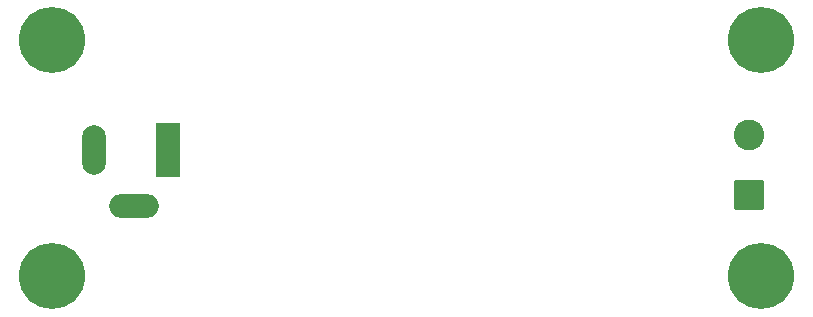
<source format=gbr>
%TF.GenerationSoftware,KiCad,Pcbnew,9.0.5*%
%TF.CreationDate,2025-11-03T21:44:09+01:00*%
%TF.ProjectId,7_4V_battery_replacement,375f3456-5f62-4617-9474-6572795f7265,rev?*%
%TF.SameCoordinates,Original*%
%TF.FileFunction,Soldermask,Bot*%
%TF.FilePolarity,Negative*%
%FSLAX46Y46*%
G04 Gerber Fmt 4.6, Leading zero omitted, Abs format (unit mm)*
G04 Created by KiCad (PCBNEW 9.0.5) date 2025-11-03 21:44:09*
%MOMM*%
%LPD*%
G01*
G04 APERTURE LIST*
G04 Aperture macros list*
%AMRoundRect*
0 Rectangle with rounded corners*
0 $1 Rounding radius*
0 $2 $3 $4 $5 $6 $7 $8 $9 X,Y pos of 4 corners*
0 Add a 4 corners polygon primitive as box body*
4,1,4,$2,$3,$4,$5,$6,$7,$8,$9,$2,$3,0*
0 Add four circle primitives for the rounded corners*
1,1,$1+$1,$2,$3*
1,1,$1+$1,$4,$5*
1,1,$1+$1,$6,$7*
1,1,$1+$1,$8,$9*
0 Add four rect primitives between the rounded corners*
20,1,$1+$1,$2,$3,$4,$5,0*
20,1,$1+$1,$4,$5,$6,$7,0*
20,1,$1+$1,$6,$7,$8,$9,0*
20,1,$1+$1,$8,$9,$2,$3,0*%
G04 Aperture macros list end*
%ADD10R,2.000000X4.600000*%
%ADD11O,2.000000X4.200000*%
%ADD12O,4.200000X2.000000*%
%ADD13C,3.600000*%
%ADD14C,5.600000*%
%ADD15RoundRect,0.250000X1.050000X-1.050000X1.050000X1.050000X-1.050000X1.050000X-1.050000X-1.050000X0*%
%ADD16C,2.600000*%
G04 APERTURE END LIST*
D10*
%TO.C,J1*%
X109805000Y-89281000D03*
D11*
X103505000Y-89281000D03*
D12*
X106905000Y-94081000D03*
%TD*%
D13*
%TO.C,H4*%
X100000000Y-80000000D03*
D14*
X100000000Y-80000000D03*
%TD*%
D13*
%TO.C,H1*%
X100000000Y-100000000D03*
D14*
X100000000Y-100000000D03*
%TD*%
D13*
%TO.C,H3*%
X160000000Y-80000000D03*
D14*
X160000000Y-80000000D03*
%TD*%
D13*
%TO.C,H2*%
X160000000Y-100000000D03*
D14*
X160000000Y-100000000D03*
%TD*%
D15*
%TO.C,J2*%
X159004000Y-93091000D03*
D16*
X159004000Y-88011000D03*
%TD*%
M02*

</source>
